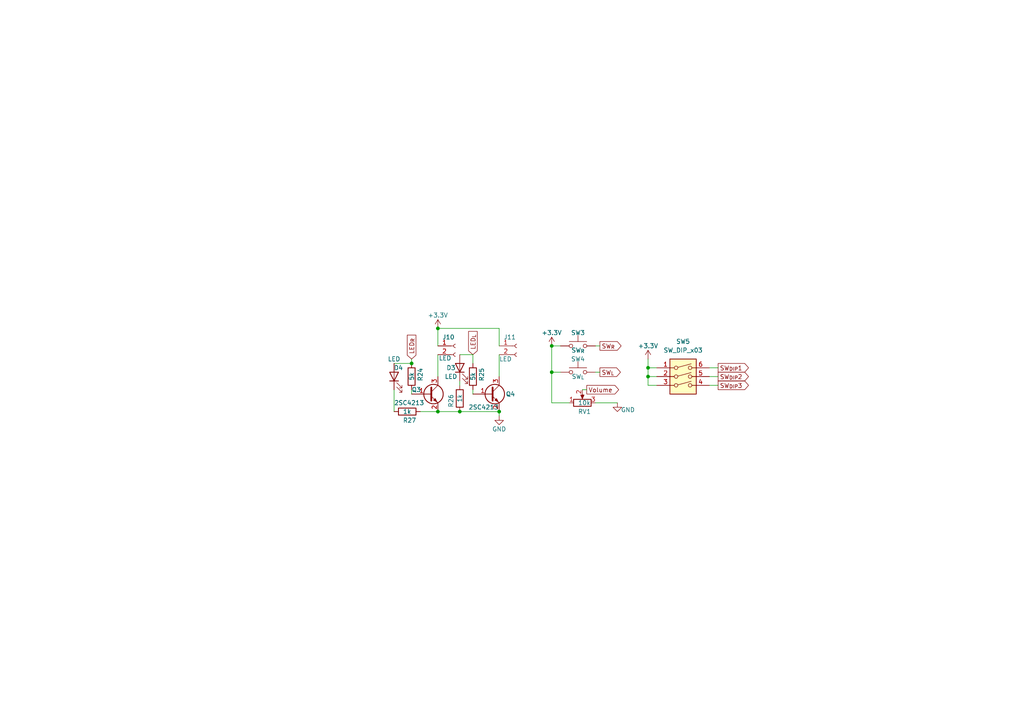
<source format=kicad_sch>
(kicad_sch (version 20230121) (generator eeschema)
  (paper "A4")
  (lib_symbols
    (symbol "Connector:Conn_01x02_Socket" (pin_names (offset 1.016) hide)
      (property "Reference" "J" (at 0 2.54 0))
      (property "Value" "Conn_01x02_Socket" (at 0 -5.08 0))
      (symbol "Conn_01x02_Socket_1_1"
        (arc (start 0 -2.032) (mid -0.5058 -2.54) (end 0 -3.048) (stroke (width 0.1524)))
        (polyline (pts (xy -1.27 -2.54) (xy -0.508 -2.54)) (stroke (width 0.1524)))
        (polyline (pts (xy -1.27 0) (xy -0.508 0)) (stroke (width 0.1524)))
        (arc (start 0 0.508) (mid -0.5058 0) (end 0 -0.508) (stroke (width 0.1524)))
        (pin passive line (at -5.08 0 0) (length 3.81) (name "Pin_1") (number "1"))
        (pin passive line (at -5.08 -2.54 0) (length 3.81) (name "Pin_2") (number "2"))
      )
    )
    (symbol "Device:LED" (pin_numbers hide) (pin_names (offset 1.016) hide)
      (property "Reference" "D" (at 0 2.54 0))
      (property "Value" "LED" (at 0 -2.54 0))
      (symbol "LED_0_1"
        (polyline (pts (xy -1.27 -1.27) (xy -1.27 1.27)) (stroke (width 0.254)))
        (polyline (pts (xy -1.27 0) (xy 1.27 0)))
        (polyline (pts (xy 1.27 -1.27) (xy 1.27 1.27) (xy -1.27 0) (xy 1.27 -1.27)) (stroke (width 0.254)))
        (polyline (pts (xy -3.048 -0.762) (xy -4.572 -2.286) (xy -3.81 -2.286) (xy -4.572 -2.286) (xy -4.572 -1.524)))
        (polyline (pts (xy -1.778 -0.762) (xy -3.302 -2.286) (xy -2.54 -2.286) (xy -3.302 -2.286) (xy -3.302 -1.524)))
      )
      (symbol "LED_1_1"
        (pin passive line (at -3.81 0 0) (length 2.54) (name "K") (number "1"))
        (pin passive line (at 3.81 0 180) (length 2.54) (name "A") (number "2"))
      )
    )
    (symbol "Device:R" (pin_numbers hide) (pin_names (offset 0))
      (property "Reference" "R" (at 2.032 0 90))
      (property "Value" "R" (at 0 0 90))
      (symbol "R_0_1"
        (rectangle (start -1.016 -2.54) (end 1.016 2.54) (stroke (width 0.254)))
      )
      (symbol "R_1_1"
        (pin passive line (at 0 3.81 270) (length 1.27) (name "~") (number "1"))
        (pin passive line (at 0 -3.81 90) (length 1.27) (name "~") (number "2"))
      )
    )
    (symbol "Device:R_Potentiometer" (pin_names (offset 1.016) hide)
      (property "Reference" "RV" (at -4.445 0 90))
      (property "Value" "R_Potentiometer" (at -2.54 0 90))
      (symbol "R_Potentiometer_0_1"
        (polyline (pts (xy 2.54 0) (xy 1.524 0)))
        (polyline (pts (xy 1.143 0) (xy 2.286 0.508) (xy 2.286 -0.508) (xy 1.143 0)) (fill (type outline)))
        (rectangle (start 1.016 2.54) (end -1.016 -2.54) (stroke (width 0.254)))
      )
      (symbol "R_Potentiometer_1_1"
        (pin passive line (at 0 3.81 270) (length 1.27) (name "1") (number "1"))
        (pin passive line (at 3.81 0 180) (length 1.27) (name "2") (number "2"))
        (pin passive line (at 0 -3.81 90) (length 1.27) (name "3") (number "3"))
      )
    )
    (symbol "Switch:SW_DIP_x03" (pin_names (offset 0) hide)
      (property "Reference" "SW" (at 0 6.35 0))
      (property "Value" "SW_DIP_x03" (at 0 -6.35 0))
      (symbol "SW_DIP_x03_0_0"
        (circle (center -2.032 -2.54) (radius 0.508))
        (circle (center -2.032 0) (radius 0.508))
        (circle (center -2.032 2.54) (radius 0.508))
        (polyline (pts (xy -1.524 -2.413) (xy 2.3622 -1.3716)))
        (polyline (pts (xy -1.524 0.127) (xy 2.3622 1.1684)))
        (polyline (pts (xy -1.524 2.667) (xy 2.3622 3.7084)))
        (circle (center 2.032 -2.54) (radius 0.508))
        (circle (center 2.032 0) (radius 0.508))
        (circle (center 2.032 2.54) (radius 0.508))
      )
      (symbol "SW_DIP_x03_0_1"
        (rectangle (start -3.81 5.08) (end 3.81 -5.08) (stroke (width 0.254)) (fill (type background)))
      )
      (symbol "SW_DIP_x03_1_1"
        (pin passive line (at -7.62 2.54 0) (length 5.08) (name "~") (number "1"))
        (pin passive line (at -7.62 0 0) (length 5.08) (name "~") (number "2"))
        (pin passive line (at -7.62 -2.54 0) (length 5.08) (name "~") (number "3"))
        (pin passive line (at 7.62 -2.54 180) (length 5.08) (name "~") (number "4"))
        (pin passive line (at 7.62 0 180) (length 5.08) (name "~") (number "5"))
        (pin passive line (at 7.62 2.54 180) (length 5.08) (name "~") (number "6"))
      )
    )
    (symbol "Switch:SW_Push" (pin_numbers hide) (pin_names (offset 1.016) hide)
      (property "Reference" "SW" (at 1.27 2.54 0))
      (property "Value" "SW_Push" (at 0 -1.524 0))
      (symbol "SW_Push_0_1"
        (circle (center -2.032 0) (radius 0.508))
        (polyline (pts (xy 0 1.27) (xy 0 3.048)))
        (polyline (pts (xy 2.54 1.27) (xy -2.54 1.27)))
        (circle (center 2.032 0) (radius 0.508))
        (pin passive line (at -5.08 0 0) (length 2.54) (name "1") (number "1"))
        (pin passive line (at 5.08 0 180) (length 2.54) (name "2") (number "2"))
      )
    )
    (symbol "Transistor_BJT:2SC4213" (pin_names (offset 0) hide)
      (property "Reference" "Q" (at 5.08 1.905 0))
      (property "Value" "2SC4213" (at 5.08 0 0))
      (symbol "2SC4213_0_1"
        (polyline (pts (xy 0.635 0.635) (xy 2.54 2.54)))
        (polyline (pts (xy 0.635 -0.635) (xy 2.54 -2.54) (xy 2.54 -2.54)))
        (polyline (pts (xy 0.635 1.905) (xy 0.635 -1.905) (xy 0.635 -1.905)) (stroke (width 0.508)))
        (polyline (pts (xy 1.27 -1.778) (xy 1.778 -1.27) (xy 2.286 -2.286) (xy 1.27 -1.778) (xy 1.27 -1.778)) (fill (type outline)))
        (circle (center 1.27 0) (radius 2.8194) (stroke (width 0.254)))
      )
      (symbol "2SC4213_1_1"
        (pin input line (at -5.08 0 0) (length 5.715) (name "B") (number "1"))
        (pin passive line (at 2.54 -5.08 90) (length 2.54) (name "E") (number "2"))
        (pin passive line (at 2.54 5.08 270) (length 2.54) (name "C") (number "3"))
      )
    )
    (symbol "power:+3.3V" (power) (pin_names (offset 0))
      (property "Value" "+3.3V" (at 0 3.556 0))
      (symbol "+3.3V_0_1"
        (polyline (pts (xy -0.762 1.27) (xy 0 2.54)))
        (polyline (pts (xy 0 0) (xy 0 2.54)))
        (polyline (pts (xy 0 2.54) (xy 0.762 1.27)))
      )
      (symbol "+3.3V_1_1"
        (pin power_in line (at 0 0 90) (length 0) hide (name "+3.3V") (number "1"))
      )
    )
    (symbol "power:GND" (power) (pin_names (offset 0))
      (property "Value" "GND" (at 0 -3.81 0))
      (symbol "GND_0_1"
        (polyline (pts (xy 0 0) (xy 0 -1.27) (xy 1.27 -1.27) (xy 0 -2.54) (xy -1.27 -1.27) (xy 0 -1.27)))
      )
      (symbol "GND_1_1"
        (pin power_in line (at 0 0 270) (length 0) hide (name "GND") (number "1"))
      )
    )
  )
  (junction (at 127 119.38))
  (junction (at 127 95.25))
  (junction (at 160.02 100.33))
  (junction (at 133.35 119.38))
  (junction (at 187.96 106.68))
  (junction (at 119.38 105.41))
  (junction (at 187.96 109.22))
  (junction (at 160.02 107.95))
  (junction (at 144.78 119.38))
  (wire (pts (xy 168.91 113.03) (xy 170.18 113.03)))
  (wire (pts (xy 160.02 116.84) (xy 165.1 116.84)))
  (wire (pts (xy 127 95.25) (xy 144.78 95.25)))
  (wire (pts (xy 137.16 102.87) (xy 137.16 105.41)))
  (wire (pts (xy 127 102.87) (xy 127 109.22)))
  (wire (pts (xy 187.96 109.22) (xy 187.96 111.76)))
  (wire (pts (xy 160.02 107.95) (xy 160.02 100.33)))
  (wire (pts (xy 119.38 113.03) (xy 119.38 114.3)))
  (wire (pts (xy 162.56 107.95) (xy 160.02 107.95)))
  (wire (pts (xy 160.02 100.33) (xy 162.56 100.33)))
  (wire (pts (xy 187.96 109.22) (xy 190.5 109.22)))
  (wire (pts (xy 160.02 107.95) (xy 160.02 116.84)))
  (wire (pts (xy 187.96 111.76) (xy 190.5 111.76)))
  (wire (pts (xy 127 95.25) (xy 127 100.33)))
  (wire (pts (xy 172.72 116.84) (xy 179.07 116.84)))
  (wire (pts (xy 133.35 110.49) (xy 133.35 111.76)))
  (wire (pts (xy 114.3 105.41) (xy 119.38 105.41)))
  (wire (pts (xy 205.74 106.68) (xy 208.28 106.68)))
  (wire (pts (xy 187.96 106.68) (xy 187.96 109.22)))
  (wire (pts (xy 172.72 107.95) (xy 173.99 107.95)))
  (wire (pts (xy 144.78 119.38) (xy 144.78 120.65)))
  (wire (pts (xy 187.96 106.68) (xy 190.5 106.68)))
  (wire (pts (xy 119.38 104.14) (xy 119.38 105.41)))
  (wire (pts (xy 133.35 102.87) (xy 137.16 102.87)))
  (wire (pts (xy 127 119.38) (xy 133.35 119.38)))
  (wire (pts (xy 205.74 109.22) (xy 208.28 109.22)))
  (wire (pts (xy 121.92 119.38) (xy 127 119.38)))
  (wire (pts (xy 144.78 95.25) (xy 144.78 100.33)))
  (wire (pts (xy 133.35 119.38) (xy 144.78 119.38)))
  (wire (pts (xy 205.74 111.76) (xy 208.28 111.76)))
  (wire (pts (xy 172.72 100.33) (xy 173.99 100.33)))
  (wire (pts (xy 144.78 102.87) (xy 144.78 109.22)))
  (wire (pts (xy 187.96 104.14) (xy 187.96 106.68)))
  (wire (pts (xy 114.3 113.03) (xy 114.3 119.38)))
  (wire (pts (xy 137.16 113.03) (xy 137.16 114.3)))
  (global_label "SW_{DIP}3" (shape output) (at 208.28 111.76 0) (property "Intersheetrefs" "${INTERSHEET_REFS}" (effects hide)))
  (global_label "SW_{DIP}2" (shape output) (at 208.28 109.22 0) (property "Intersheetrefs" "${INTERSHEET_REFS}" (effects hide)))
  (global_label "Volume" (shape output) (at 170.18 113.03 0) (property "Intersheetrefs" "${INTERSHEET_REFS}" (effects hide)))
  (global_label "SW_{DIP}1" (shape output) (at 208.28 106.68 0) (property "Intersheetrefs" "${INTERSHEET_REFS}" (effects hide)))
  (global_label "SW_{R}" (shape output) (at 173.99 100.33 0) (property "Intersheetrefs" "${INTERSHEET_REFS}" (effects hide)))
  (global_label "SW_{L}" (shape output) (at 173.99 107.95 0) (property "Intersheetrefs" "${INTERSHEET_REFS}" (effects hide)))
  (global_label "LED_{L}" (shape input) (at 137.16 102.87 90) (property "Intersheetrefs" "${INTERSHEET_REFS}" (effects hide)))
  (global_label "LED_{R}" (shape input) (at 119.38 104.14 90) (property "Intersheetrefs" "${INTERSHEET_REFS}" (effects hide)))
  (symbol (lib_id "power:+3.3V") (at 160.02 100.33 0) (unit 1)
    (property "Reference" "#PWR056" (effects hide))
    (property "Value" "+3.3V" (at 160.02 96.52 0))
  )
  (symbol (lib_id "Transistor_BJT:2SC4213") (at 142.24 114.3 0) (unit 1)
    (property "Reference" "Q4" (at 146.685 114.3 0) (effects (justify left)))
    (property "Value" "2SC4213" (at 135.89 118.11 0) (effects (justify left)))
    (property "Footprint" "Package_TO_SOT_SMD:SOT-323_SC-70" (effects hide))
    (property "Datasheet" "https://www.mouser.jp/datasheet/2/408/2SC4213_datasheet_en_20210625-1090316.pdf" (effects hide))
    (property "Manufacturer_Name" "Toshiba" (effects hide))
    (property "Manufacturer_Part_Number" "2SC4213-A(TE85L,F)" (effects hide))
    (property "Mouser Part Number" "757-2SC4213-ATE85LF" (effects hide))
    (property "Mouser Price/Stock" "https://www.mouser.jp/ProductDetail/757-2SC4213-ATE85LF" (effects hide))
  )
  (symbol (lib_id "power:+3.3V") (at 187.96 104.14 0) (unit 1)
    (property "Reference" "#PWR057" (effects hide))
    (property "Value" "+3.3V" (at 187.96 100.33 0))
  )
  (symbol (lib_id "Transistor_BJT:2SC4213") (at 124.46 114.3 0) (unit 1)
    (property "Reference" "Q3" (at 119.38 113.03 0) (effects (justify left)))
    (property "Value" "2SC4213" (at 114.3 116.84 0) (effects (justify left)))
    (property "Footprint" "Package_TO_SOT_SMD:SOT-323_SC-70" (effects hide))
    (property "Datasheet" "https://www.mouser.jp/datasheet/2/408/2SC4213_datasheet_en_20210625-1090316.pdf" (effects hide))
    (property "Manufacturer_Name" "Toshiba" (effects hide))
    (property "Manufacturer_Part_Number" "2SC4213-A(TE85L,F)" (effects hide))
    (property "Mouser Part Number" "757-2SC4213-ATE85LF" (effects hide))
    (property "Mouser Price/Stock" "https://www.mouser.jp/ProductDetail/757-2SC4213-ATE85LF" (effects hide))
  )
  (symbol (lib_id "Device:R_Potentiometer") (at 168.91 116.84 90) (unit 1)
    (property "Reference" "RV1" (at 167.64 119.38 90) (effects (justify right)))
    (property "Value" "10k" (at 167.64 116.84 90) (effects (justify right)))
    (property "Footprint" "Potentiometer_SMD:Potentiometer_ACP_CA6-VSMD_Vertical" (effects hide))
  )
  (symbol (lib_id "Device:R") (at 118.11 119.38 270) (unit 1)
    (property "Reference" "R27" (at 116.84 121.92 90) (effects (justify left)))
    (property "Value" "1k" (at 116.84 119.38 90) (effects (justify left)))
    (property "Footprint" "Resistor_SMD:R_0603_1608Metric" (effects hide))
    (property "Datasheet" "https://www.koaspeer.com/pdfs/RN73H.pdf" (effects hide))
    (property "Manufacturer_Name" "KOA Speer" (effects hide))
    (property "Manufacturer_Part_Number" "RN73H1JTTD5102F100" (effects hide))
    (property "Mouser Part Number" "660-RN73H1JT5102F100" (effects hide))
    (property "Mouser Price/Stock" "https://www.mouser.jp/ProductDetail/660-RN73H1JT5102F100" (effects hide))
  )
  (symbol (lib_id "Device:LED") (at 114.3 109.22 90) (unit 1)
    (property "Reference" "D4" (at 115.57 106.68 90))
    (property "Value" "LED" (at 114.3 104.14 90))
    (property "Footprint" "LED_SMD:LED_0603_1608Metric" (effects hide))
  )
  (symbol (lib_id "Connector:Conn_01x02_Socket") (at 149.86 100.33 0) (unit 1)
    (property "Reference" "J11" (at 146.05 97.79 0) (effects (justify left)))
    (property "Value" "LED" (at 144.78 104.14 0) (effects (justify left)))
    (property "Footprint" "Connector_PinSocket_2.54mm:PinSocket_1x02_P2.54mm_Vertical" (effects hide))
  )
  (symbol (lib_id "Switch:SW_Push") (at 167.64 107.95 0) (unit 1)
    (property "Reference" "SW4" (at 167.64 104.14 0))
    (property "Value" "SW_{L}" (at 167.64 109.22 0))
    (property "Footprint" "SW_SKRPACE010:SW_SKRPACE010" (effects hide))
  )
  (symbol (lib_id "Switch:SW_DIP_x03") (at 198.12 109.22 0) (unit 1)
    (property "Reference" "SW5" (at 198.12 99.06 0))
    (property "Value" "SW_DIP_x03" (at 198.12 101.6 0))
    (property "Footprint" "DS04254203BKSMT:DS04254203BKSMT" (effects hide))
  )
  (symbol (lib_id "Device:R") (at 133.35 115.57 180) (unit 1)
    (property "Reference" "R26" (at 130.81 114.3 90) (effects (justify left)))
    (property "Value" "1k" (at 133.35 114.3 90) (effects (justify left)))
    (property "Footprint" "Resistor_SMD:R_0603_1608Metric" (effects hide))
    (property "Datasheet" "https://www.koaspeer.com/pdfs/RN73H.pdf" (effects hide))
    (property "Manufacturer_Name" "KOA Speer" (effects hide))
    (property "Manufacturer_Part_Number" "RN73H1JTTD5102F100" (effects hide))
    (property "Mouser Part Number" "660-RN73H1JT5102F100" (effects hide))
    (property "Mouser Price/Stock" "https://www.mouser.jp/ProductDetail/660-RN73H1JT5102F100" (effects hide))
  )
  (symbol (lib_id "power:GND") (at 179.07 116.84 0) (unit 1)
    (property "Reference" "#PWR058" (effects hide))
    (property "Value" "GND" (at 182.118 118.872 0))
  )
  (symbol (lib_id "Switch:SW_Push") (at 167.64 100.33 0) (unit 1)
    (property "Reference" "SW3" (at 167.64 96.52 0))
    (property "Value" "SW_{R}" (at 167.64 101.6 0))
    (property "Footprint" "SW_SKRPACE010:SW_SKRPACE010" (effects hide))
  )
  (symbol (lib_id "Device:R") (at 119.38 109.22 180) (unit 1)
    (property "Reference" "R24" (at 121.92 106.68 90) (effects (justify left)))
    (property "Value" "5k" (at 119.38 107.95 90) (effects (justify left)))
    (property "Footprint" "Resistor_SMD:R_0603_1608Metric" (effects hide))
    (property "Datasheet" "https://www.koaspeer.com/pdfs/RN73H.pdf" (effects hide))
    (property "Manufacturer_Name" "KOA Speer" (effects hide))
    (property "Manufacturer_Part_Number" "RN73H1JTTD5102F100" (effects hide))
    (property "Mouser Part Number" "660-RN73H1JT5102F100" (effects hide))
    (property "Mouser Price/Stock" "https://www.mouser.jp/ProductDetail/660-RN73H1JT5102F100" (effects hide))
  )
  (symbol (lib_id "power:+3.3V") (at 127 95.25 0) (unit 1)
    (property "Reference" "#PWR055" (effects hide))
    (property "Value" "+3.3V" (at 127 91.44 0))
  )
  (symbol (lib_id "Connector:Conn_01x02_Socket") (at 132.08 100.33 0) (unit 1)
    (property "Reference" "J10" (at 128.27 97.79 0) (effects (justify left)))
    (property "Value" "LED" (at 127.254 103.886 0) (effects (justify left)))
    (property "Footprint" "Connector_PinSocket_2.54mm:PinSocket_1x02_P2.54mm_Vertical" (effects hide))
  )
  (symbol (lib_id "power:GND") (at 144.78 120.65 0) (unit 1)
    (property "Reference" "#PWR059" (effects hide))
    (property "Value" "GND" (at 144.78 124.46 0))
  )
  (symbol (lib_id "Device:R") (at 137.16 109.22 180) (unit 1)
    (property "Reference" "R25" (at 139.7 106.68 90) (effects (justify left)))
    (property "Value" "5k" (at 137.16 107.95 90) (effects (justify left)))
    (property "Footprint" "Resistor_SMD:R_0603_1608Metric" (effects hide))
    (property "Datasheet" "https://www.koaspeer.com/pdfs/RN73H.pdf" (effects hide))
    (property "Manufacturer_Name" "KOA Speer" (effects hide))
    (property "Manufacturer_Part_Number" "RN73H1JTTD5102F100" (effects hide))
    (property "Mouser Part Number" "660-RN73H1JT5102F100" (effects hide))
    (property "Mouser Price/Stock" "https://www.mouser.jp/ProductDetail/660-RN73H1JT5102F100" (effects hide))
  )
  (symbol (lib_id "Device:LED") (at 133.35 106.68 90) (unit 1)
    (property "Reference" "D3" (at 130.81 106.68 90))
    (property "Value" "LED" (at 130.81 109.22 90))
    (property "Footprint" "LED_SMD:LED_0603_1608Metric" (effects hide))
  )
)
</source>
